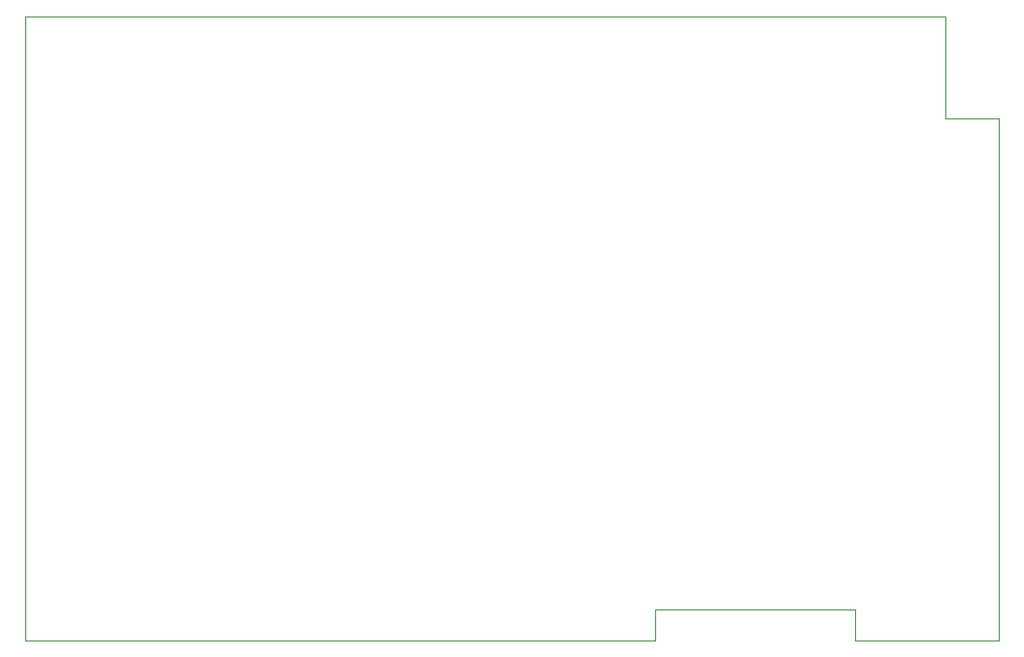
<source format=gbr>
%TF.GenerationSoftware,KiCad,Pcbnew,5.1.6-c6e7f7d~87~ubuntu20.04.1*%
%TF.CreationDate,2020-08-04T19:53:43+02:00*%
%TF.ProjectId,maithoga_lcd_board_480x320_R61529,6d616974-686f-4676-915f-6c63645f626f,V1.0*%
%TF.SameCoordinates,Original*%
%TF.FileFunction,Profile,NP*%
%FSLAX46Y46*%
G04 Gerber Fmt 4.6, Leading zero omitted, Abs format (unit mm)*
G04 Created by KiCad (PCBNEW 5.1.6-c6e7f7d~87~ubuntu20.04.1) date 2020-08-04 19:53:43*
%MOMM*%
%LPD*%
G01*
G04 APERTURE LIST*
%TA.AperFunction,Profile*%
%ADD10C,0.100000*%
%TD*%
G04 APERTURE END LIST*
D10*
X101790000Y-118660000D02*
X101790000Y-64160000D01*
X156740000Y-118660000D02*
X101790000Y-118660000D01*
X156740000Y-115910000D02*
X156740000Y-118660000D01*
X174240000Y-115910000D02*
X156740000Y-115910000D01*
X174240000Y-118660000D02*
X174240000Y-115910000D01*
X186740000Y-118660000D02*
X174240000Y-118660000D01*
X186740000Y-73100000D02*
X186740000Y-118660000D01*
X182040000Y-73100000D02*
X186740000Y-73100000D01*
X182040000Y-64160000D02*
X182040000Y-73100000D01*
X101790000Y-64160000D02*
X182040000Y-64160000D01*
M02*

</source>
